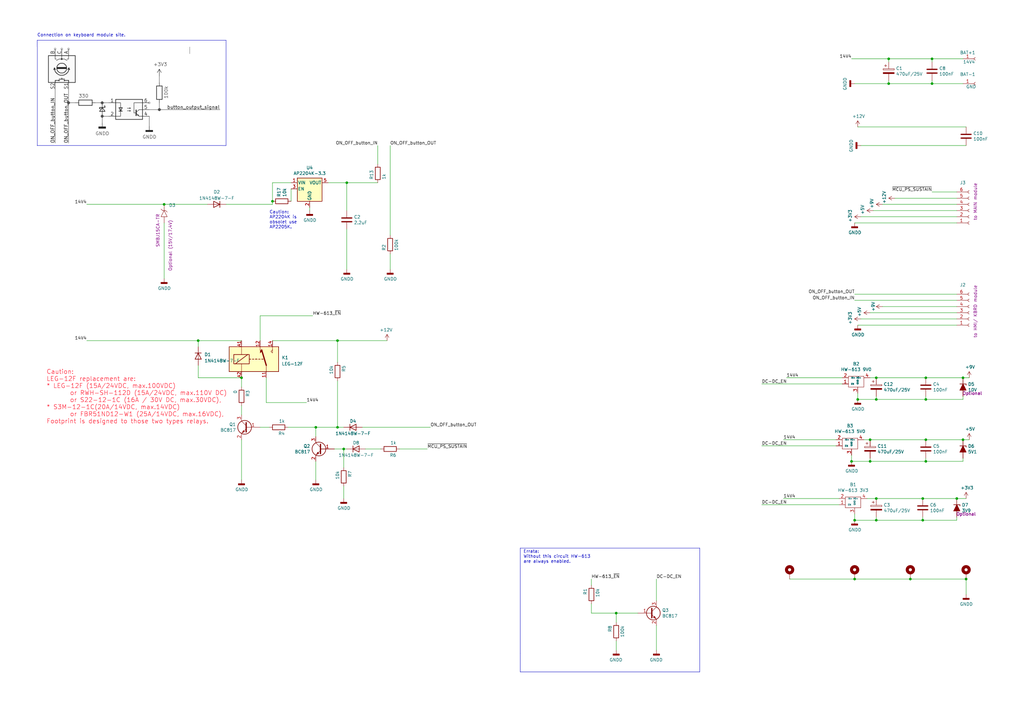
<source format=kicad_sch>
(kicad_sch (version 20230121) (generator eeschema)
  (paper "A3")
  (title_block (title "Power supply") (date "2021-03-03") (rev "1.0") (company "Dawid \"SileliS\" Bańkowski") (comment 1 "d.bankowski@gmail.com"))
  (lib_symbols
    (symbol "Connector:Conn_01x01_Female" (pin_names (offset 1.016) hide)
      (property "Reference" "J" (at 0 2.54 0))
      (property "Value" "Connector_Conn_01x01_Female" (at 0 -2.54 0))
      (symbol "Conn_01x01_Female_1_1"
        (polyline (pts (xy -1.27 0) (xy -0.508 0)) (stroke (width 0.1524)))
        (arc (start 0 0.508) (mid -0.5058 0) (end 0 -0.508) (stroke (width 0.1524)))
        (pin passive line (at -5.08 0 0) (length 3.81) (name "Pin_1") (number "1"))
      )
    )
    (symbol "Connector:Conn_01x06_Female" (pin_names (offset 1.016) hide)
      (property "Reference" "J" (at 0 7.62 0))
      (property "Value" "Connector_Conn_01x06_Female" (at 0 -10.16 0))
      (symbol "Conn_01x06_Female_1_1"
        (arc (start 0 -7.112) (mid -0.5058 -7.62) (end 0 -8.128) (stroke (width 0.1524)))
        (arc (start 0 -4.572) (mid -0.5058 -5.08) (end 0 -5.588) (stroke (width 0.1524)))
        (arc (start 0 -2.032) (mid -0.5058 -2.54) (end 0 -3.048) (stroke (width 0.1524)))
        (polyline (pts (xy -1.27 -7.62) (xy -0.508 -7.62)) (stroke (width 0.1524)))
        (polyline (pts (xy -1.27 -5.08) (xy -0.508 -5.08)) (stroke (width 0.1524)))
        (polyline (pts (xy -1.27 -2.54) (xy -0.508 -2.54)) (stroke (width 0.1524)))
        (polyline (pts (xy -1.27 0) (xy -0.508 0)) (stroke (width 0.1524)))
        (polyline (pts (xy -1.27 2.54) (xy -0.508 2.54)) (stroke (width 0.1524)))
        (polyline (pts (xy -1.27 5.08) (xy -0.508 5.08)) (stroke (width 0.1524)))
        (arc (start 0 0.508) (mid -0.5058 0) (end 0 -0.508) (stroke (width 0.1524)))
        (arc (start 0 3.048) (mid -0.5058 2.54) (end 0 2.032) (stroke (width 0.1524)))
        (arc (start 0 5.588) (mid -0.5058 5.08) (end 0 4.572) (stroke (width 0.1524)))
        (pin passive line (at -5.08 5.08 0) (length 3.81) (name "Pin_1") (number "1"))
        (pin passive line (at -5.08 2.54 0) (length 3.81) (name "Pin_2") (number "2"))
        (pin passive line (at -5.08 0 0) (length 3.81) (name "Pin_3") (number "3"))
        (pin passive line (at -5.08 -2.54 0) (length 3.81) (name "Pin_4") (number "4"))
        (pin passive line (at -5.08 -5.08 0) (length 3.81) (name "Pin_5") (number "5"))
        (pin passive line (at -5.08 -7.62 0) (length 3.81) (name "Pin_6") (number "6"))
      )
    )
    (symbol "Device:C" (pin_numbers hide) (pin_names (offset 0.254))
      (property "Reference" "C" (at 0.635 2.54 0))
      (property "Value" "C" (at 0.635 -2.54 0))
      (symbol "C_0_1"
        (polyline (pts (xy -2.032 -0.762) (xy 2.032 -0.762)) (stroke (width 0.508)))
        (polyline (pts (xy -2.032 0.762) (xy 2.032 0.762)) (stroke (width 0.508)))
      )
      (symbol "C_1_1"
        (pin passive line (at 0 3.81 270) (length 2.794) (name "~") (number "1"))
        (pin passive line (at 0 -3.81 90) (length 2.794) (name "~") (number "2"))
      )
    )
    (symbol "Device:CP" (pin_numbers hide) (pin_names (offset 0.254))
      (property "Reference" "C" (at 0.635 2.54 0))
      (property "Value" "Device_CP" (at 0.635 -2.54 0))
      (symbol "CP_0_1"
        (rectangle (start -2.286 0.508) (end 2.286 1.016))
        (polyline (pts (xy -1.778 2.286) (xy -0.762 2.286)))
        (polyline (pts (xy -1.27 2.794) (xy -1.27 1.778)))
        (rectangle (start 2.286 -0.508) (end -2.286 -1.016) (fill (type outline)))
      )
      (symbol "CP_1_1"
        (pin passive line (at 0 3.81 270) (length 2.794) (name "~") (number "1"))
        (pin passive line (at 0 -3.81 90) (length 2.794) (name "~") (number "2"))
      )
    )
    (symbol "Device:D_Zener_ALT" (pin_numbers hide) (pin_names (offset 1.016) hide)
      (property "Reference" "D" (at 0 2.54 0))
      (property "Value" "Device_D_Zener_ALT" (at 0 -2.54 0))
      (symbol "D_Zener_ALT_0_1"
        (polyline (pts (xy 1.27 0) (xy -1.27 0)))
        (polyline (pts (xy -1.27 -1.27) (xy -1.27 1.27) (xy -0.762 1.27)) (stroke (width 0.254)))
        (polyline (pts (xy 1.27 -1.27) (xy 1.27 1.27) (xy -1.27 0) (xy 1.27 -1.27)) (stroke (width 0.254)) (fill (type outline)))
      )
      (symbol "D_Zener_ALT_1_1"
        (pin passive line (at -3.81 0 0) (length 2.54) (name "K") (number "1"))
        (pin passive line (at 3.81 0 180) (length 2.54) (name "A") (number "2"))
      )
    )
    (symbol "Device:R" (pin_numbers hide) (pin_names (offset 0))
      (property "Reference" "R" (at 2.032 0 90))
      (property "Value" "R" (at 0 0 90))
      (symbol "R_0_1"
        (rectangle (start -1.016 -2.54) (end 1.016 2.54) (stroke (width 0.254)))
      )
      (symbol "R_1_1"
        (pin passive line (at 0 3.81 270) (length 1.27) (name "~") (number "1"))
        (pin passive line (at 0 -3.81 90) (length 1.27) (name "~") (number "2"))
      )
    )
    (symbol "Diode:1N4148W" (pin_numbers hide) (pin_names hide)
      (property "Reference" "D" (at 0 2.54 0))
      (property "Value" "1N4148W" (at 0 -2.54 0))
      (symbol "1N4148W_0_1"
        (polyline (pts (xy -1.27 1.27) (xy -1.27 -1.27)) (stroke (width 0.254)))
        (polyline (pts (xy 1.27 0) (xy -1.27 0)))
        (polyline (pts (xy 1.27 1.27) (xy 1.27 -1.27) (xy -1.27 0) (xy 1.27 1.27)) (stroke (width 0.254)))
      )
      (symbol "1N4148W_1_1"
        (pin passive line (at -3.81 0 0) (length 2.54) (name "K") (number "1"))
        (pin passive line (at 3.81 0 180) (length 2.54) (name "A") (number "2"))
      )
    )
    (symbol "Diode_TVS:DiodeTVS" (pin_numbers hide) (pin_names (offset 1.016))
      (property "Reference" "D" (at -1.27 3.175 0))
      (property "Value" "Diode_TVS_DiodeTVS" (at 0 -3.175 0))
      (symbol "DiodeTVS_0_1"
        (polyline (pts (xy 0 -0.635) (xy -0.635 -1.27)))
        (polyline (pts (xy 0 -0.635) (xy 0 0.635) (xy 0.635 1.27)))
        (polyline (pts (xy 0 0) (xy 2.54 -1.27) (xy 2.54 1.27) (xy 0 0)))
      )
      (symbol "DiodeTVS_1_1"
        (pin passive line (at -2.54 0 0) (length 2.54) (name "~") (number "1"))
        (pin passive line (at 5.08 0 180) (length 2.54) (name "~") (number "2"))
      )
    )
    (symbol "Mechanical:MountingHole_Pad" (pin_numbers hide) (pin_names (offset 1.016) hide)
      (property "Reference" "H" (at 0 6.35 0))
      (property "Value" "MountingHole_Pad" (at 0 4.445 0))
      (symbol "MountingHole_Pad_0_1"
        (circle (center 0 1.27) (radius 1.27) (stroke (width 1.27)))
      )
      (symbol "MountingHole_Pad_1_1"
        (pin input line (at 0 -2.54 90) (length 2.54) (name "1") (number "1"))
      )
    )
    (symbol "Regulator_Linear:AP2204K-3.3" (pin_names (offset 0.254))
      (property "Reference" "U" (at -5.08 5.715 0))
      (property "Value" "AP2204K-3.3" (at 0 5.715 0))
      (symbol "AP2204K-3.3_0_1"
        (rectangle (start -5.08 4.445) (end 5.08 -5.08) (stroke (width 0.254)) (fill (type background)))
      )
      (symbol "AP2204K-3.3_1_1"
        (pin power_in line (at -7.62 2.54 0) (length 2.54) (name "VIN") (number "1"))
        (pin power_in line (at 0 -7.62 90) (length 2.54) (name "GND") (number "2"))
        (pin input line (at -7.62 0 0) (length 2.54) (name "EN") (number "3"))
        (pin no_connect line (at 5.08 0 180) (length 2.54) hide (name "NC") (number "4"))
        (pin power_out line (at 7.62 2.54 180) (length 2.54) (name "VOUT") (number "5"))
      )
    )
    (symbol "Relay:FINDER-36.11"
      (property "Reference" "K" (at 11.43 3.81 0))
      (property "Value" "FINDER-36.11" (at 11.43 1.27 0))
      (symbol "FINDER-36.11_0_0"
        (polyline (pts (xy 2.54 3.81) (xy 2.54 5.08)))
        (polyline (pts (xy 7.62 3.81) (xy 7.62 5.08)))
        (polyline (pts (xy 7.62 3.81) (xy 7.62 2.54) (xy 6.985 3.175) (xy 7.62 3.81)))
      )
      (symbol "FINDER-36.11_0_1"
        (rectangle (start -10.16 5.08) (end 10.16 -5.08) (stroke (width 0.254)) (fill (type background)))
        (rectangle (start -8.255 1.905) (end -1.905 -1.905) (stroke (width 0.254)))
        (polyline (pts (xy -7.62 -1.905) (xy -2.54 1.905)) (stroke (width 0.254)))
        (polyline (pts (xy -5.08 -5.08) (xy -5.08 -1.905)))
        (polyline (pts (xy -5.08 5.08) (xy -5.08 1.905)))
        (polyline (pts (xy -1.905 0) (xy -1.27 0)) (stroke (width 0.254)))
        (polyline (pts (xy -0.635 0) (xy 0 0)) (stroke (width 0.254)))
        (polyline (pts (xy 0.635 0) (xy 1.27 0)) (stroke (width 0.254)))
        (polyline (pts (xy 0.635 0) (xy 1.27 0)) (stroke (width 0.254)))
        (polyline (pts (xy 1.905 0) (xy 2.54 0)) (stroke (width 0.254)))
        (polyline (pts (xy 3.175 0) (xy 3.81 0)) (stroke (width 0.254)))
        (polyline (pts (xy 5.08 -2.54) (xy 3.175 3.81)) (stroke (width 0.508)))
        (polyline (pts (xy 5.08 -2.54) (xy 5.08 -5.08)))
        (polyline (pts (xy 2.54 2.54) (xy 3.175 3.175) (xy 2.54 3.81)) (fill (type outline)))
      )
      (symbol "FINDER-36.11_1_1"
        (pin passive line (at 5.08 -7.62 90) (length 2.54) (name "~") (number "11"))
        (pin passive line (at 2.54 7.62 270) (length 2.54) (name "~") (number "12"))
        (pin passive line (at 7.62 7.62 270) (length 2.54) (name "~") (number "14"))
        (pin passive line (at -5.08 7.62 270) (length 2.54) (name "~") (number "A1"))
        (pin passive line (at -5.08 -7.62 90) (length 2.54) (name "~") (number "A2"))
      )
    )
    (symbol "Transistor_BJT:BC817" (pin_names (offset 0) hide)
      (property "Reference" "Q" (at 5.08 1.905 0))
      (property "Value" "BC817" (at 5.08 0 0))
      (symbol "BC817_0_1"
        (polyline (pts (xy 0.635 0.635) (xy 2.54 2.54)))
        (polyline (pts (xy 0.635 -0.635) (xy 2.54 -2.54) (xy 2.54 -2.54)))
        (polyline (pts (xy 0.635 1.905) (xy 0.635 -1.905) (xy 0.635 -1.905)) (stroke (width 0.508)))
        (polyline (pts (xy 1.27 -1.778) (xy 1.778 -1.27) (xy 2.286 -2.286) (xy 1.27 -1.778) (xy 1.27 -1.778)) (fill (type outline)))
        (circle (center 1.27 0) (radius 2.8194) (stroke (width 0.254)))
      )
      (symbol "BC817_1_1"
        (pin input line (at -5.08 0 0) (length 5.715) (name "B") (number "1"))
        (pin passive line (at 2.54 -5.08 90) (length 2.54) (name "E") (number "2"))
        (pin passive line (at 2.54 5.08 270) (length 2.54) (name "C") (number "3"))
      )
    )
    (symbol "breakout_SileliS:DC-DC_24V_Stepdown" (pin_names (offset 1.016))
      (property "Reference" "B" (at -1.905 3.81 0))
      (property "Value" "breakout_SileliS_DC-DC_24V_Stepdown" (at 12.7 -3.81 0))
      (symbol "DC-DC_24V_Stepdown_0_1"
        (rectangle (start -2.54 1.905) (end 3.81 -2.54))
      )
      (symbol "DC-DC_24V_Stepdown_1_1"
        (pin input line (at -5.08 -1.27 0) (length 2.54) (name "EN") (number "1"))
        (pin power_in line (at -5.08 1.27 0) (length 2.54) (name "IN+") (number "2"))
        (pin power_in line (at 1.27 -5.08 90) (length 2.54) (name "GND") (number "3"))
        (pin power_in line (at 6.35 1.27 180) (length 2.54) (name "VO+") (number "4"))
      )
    )
    (symbol "power:+12V" (power) (pin_names (offset 0))
      (property "Value" "+12V" (at 0 3.556 0))
      (symbol "+12V_0_1"
        (polyline (pts (xy -0.762 1.27) (xy 0 2.54)))
        (polyline (pts (xy 0 0) (xy 0 2.54)))
        (polyline (pts (xy 0 2.54) (xy 0.762 1.27)))
      )
      (symbol "+12V_1_1"
        (pin power_in line (at 0 0 90) (length 0) hide (name "+12V") (number "1"))
      )
    )
    (symbol "power:+3V3" (power) (pin_names (offset 0))
      (property "Value" "+3V3" (at 0 3.556 0))
      (symbol "+3V3_0_1"
        (polyline (pts (xy -0.762 1.27) (xy 0 2.54)))
        (polyline (pts (xy 0 0) (xy 0 2.54)))
        (polyline (pts (xy 0 2.54) (xy 0.762 1.27)))
      )
      (symbol "+3V3_1_1"
        (pin power_in line (at 0 0 90) (length 0) hide (name "+3V3") (number "1"))
      )
    )
    (symbol "power:+5V" (power) (pin_names (offset 0))
      (property "Value" "+5V" (at 0 3.556 0))
      (symbol "+5V_0_1"
        (polyline (pts (xy -0.762 1.27) (xy 0 2.54)))
        (polyline (pts (xy 0 0) (xy 0 2.54)))
        (polyline (pts (xy 0 2.54) (xy 0.762 1.27)))
      )
      (symbol "+5V_1_1"
        (pin power_in line (at 0 0 90) (length 0) hide (name "+5V") (number "1"))
      )
    )
    (symbol "power:+9V" (power) (pin_names (offset 0))
      (property "Value" "+9V" (at 0 3.556 0))
      (symbol "+9V_0_1"
        (polyline (pts (xy -0.762 1.27) (xy 0 2.54)))
        (polyline (pts (xy 0 0) (xy 0 2.54)))
        (polyline (pts (xy 0 2.54) (xy 0.762 1.27)))
      )
      (symbol "+9V_1_1"
        (pin power_in line (at 0 0 90) (length 0) hide (name "+9V") (number "1"))
      )
    )
    (symbol "power:GNDD" (power) (pin_names (offset 0))
      (property "Value" "GNDD" (at 0 -3.175 0))
      (symbol "GNDD_0_1"
        (rectangle (start -1.27 -1.524) (end 1.27 -2.032) (stroke (width 0.254)) (fill (type outline)))
        (polyline (pts (xy 0 0) (xy 0 -1.524)))
      )
      (symbol "GNDD_1_1"
        (pin power_in line (at 0 0 270) (length 0) hide (name "GNDD") (number "1"))
      )
    )
  )
  (junction (at 129.54 175.26))
  (junction (at 394.97 180.34))
  (junction (at 359.41 213.36))
  (junction (at 379.73 154.94))
  (junction (at 382.27 34.29))
  (junction (at 364.49 24.13))
  (junction (at 364.49 34.29))
  (junction (at 252.73 251.46))
  (junction (at 359.41 204.47))
  (junction (at 392.43 204.47))
  (junction (at 378.46 213.36))
  (junction (at 349.25 189.23))
  (junction (at 350.52 237.49))
  (junction (at 351.79 163.83))
  (junction (at 378.46 204.47))
  (junction (at 379.73 180.34))
  (junction (at 99.06 154.94))
  (junction (at 356.87 189.23))
  (junction (at 396.24 237.49))
  (junction (at 138.43 139.7))
  (junction (at 382.27 24.13))
  (junction (at 67.31 83.82))
  (junction (at 379.73 163.83))
  (junction (at 394.97 154.94))
  (junction (at 350.52 213.36))
  (junction (at 140.97 184.15))
  (junction (at 359.41 154.94))
  (junction (at 138.43 175.26))
  (junction (at 359.41 163.83))
  (junction (at 111.76 82.55))
  (junction (at 81.28 139.7))
  (junction (at 356.87 180.34))
  (junction (at 379.73 189.23))
  (junction (at 142.24 74.93))
  (junction (at 373.38 237.49))
  (wire (pts (xy 394.97 34.29) (xy 382.27 34.29)))
  (wire (pts (xy 137.16 184.15) (xy 140.97 184.15)))
  (wire (pts (xy 140.97 199.39) (xy 140.97 204.47)))
  (wire (pts (xy 364.49 24.13) (xy 382.27 24.13)))
  (wire (pts (xy 344.17 207.01) (xy 312.42 207.01)))
  (wire (pts (xy 349.25 24.13) (xy 364.49 24.13)))
  (wire (pts (xy 67.31 114.3) (xy 67.31 91.44)))
  (wire (pts (xy 356.87 180.34) (xy 379.73 180.34)))
  (wire (pts (xy 99.06 166.37) (xy 99.06 170.18)))
  (wire (pts (xy 140.97 184.15) (xy 142.24 184.15)))
  (wire (pts (xy 394.97 180.34) (xy 397.51 180.34)))
  (wire (pts (xy 129.54 175.26) (xy 129.54 179.07)))
  (wire (pts (xy 359.41 212.09) (xy 359.41 213.36)))
  (polyline (pts (xy 287.02 275.59) (xy 287.02 224.79)))
  (wire (pts (xy 252.73 251.46) (xy 242.57 251.46)))
  (wire (pts (xy 99.06 154.94) (xy 99.06 158.75)))
  (wire (pts (xy 138.43 139.7) (xy 158.75 139.7)))
  (polyline (pts (xy 92.71 59.69) (xy 15.24 59.69)))
  (wire (pts (xy 252.73 251.46) (xy 252.73 255.27)))
  (wire (pts (xy 106.68 175.26) (xy 110.49 175.26)))
  (wire (pts (xy 364.49 33.02) (xy 364.49 34.29)))
  (wire (pts (xy 138.43 156.21) (xy 138.43 175.26)))
  (polyline (pts (xy 15.24 16.51) (xy 92.71 16.51)))
  (wire (pts (xy 99.06 180.34) (xy 99.06 196.85)))
  (wire (pts (xy 349.25 189.23) (xy 349.25 186.69)))
  (wire (pts (xy 350.52 213.36) (xy 359.41 213.36)))
  (wire (pts (xy 392.43 91.44) (xy 350.52 91.44)))
  (wire (pts (xy 349.25 189.23) (xy 356.87 189.23)))
  (wire (pts (xy 81.28 139.7) (xy 99.06 139.7)))
  (wire (pts (xy 382.27 33.02) (xy 382.27 34.29)))
  (wire (pts (xy 109.22 165.1) (xy 125.73 165.1)))
  (wire (pts (xy 322.58 154.94) (xy 345.44 154.94)))
  (wire (pts (xy 382.27 78.74) (xy 392.43 78.74)))
  (wire (pts (xy 359.41 154.94) (xy 379.73 154.94)))
  (wire (pts (xy 129.54 196.85) (xy 129.54 189.23)))
  (wire (pts (xy 154.94 59.69) (xy 154.94 67.31)))
  (wire (pts (xy 378.46 204.47) (xy 392.43 204.47)))
  (wire (pts (xy 353.06 130.81) (xy 392.43 130.81)))
  (wire (pts (xy 142.24 74.93) (xy 154.94 74.93)))
  (wire (pts (xy 138.43 175.26) (xy 140.97 175.26)))
  (wire (pts (xy 373.38 237.49) (xy 396.24 237.49)))
  (wire (pts (xy 356.87 187.96) (xy 356.87 189.23)))
  (wire (pts (xy 356.87 154.94) (xy 359.41 154.94)))
  (wire (pts (xy 140.97 184.15) (xy 140.97 191.77)))
  (wire (pts (xy 119.38 77.47) (xy 119.38 82.55)))
  (wire (pts (xy 354.33 180.34) (xy 356.87 180.34)))
  (wire (pts (xy 379.73 189.23) (xy 394.97 189.23)))
  (wire (pts (xy 138.43 139.7) (xy 138.43 148.59)))
  (wire (pts (xy 392.43 212.09) (xy 392.43 213.36)))
  (wire (pts (xy 269.24 256.54) (xy 269.24 266.7)))
  (wire (pts (xy 359.41 162.56) (xy 359.41 163.83)))
  (wire (pts (xy 160.02 59.69) (xy 160.02 96.52)))
  (wire (pts (xy 142.24 110.49) (xy 142.24 93.98)))
  (wire (pts (xy 353.06 59.69) (xy 396.24 59.69)))
  (wire (pts (xy 106.68 129.54) (xy 128.27 129.54)))
  (wire (pts (xy 129.54 175.26) (xy 138.43 175.26)))
  (wire (pts (xy 127 85.09) (xy 127 86.36)))
  (wire (pts (xy 109.22 165.1) (xy 109.22 154.94)))
  (wire (pts (xy 379.73 187.96) (xy 379.73 189.23)))
  (wire (pts (xy 378.46 204.47) (xy 359.41 204.47)))
  (wire (pts (xy 111.76 139.7) (xy 138.43 139.7)))
  (wire (pts (xy 134.62 74.93) (xy 142.24 74.93)))
  (wire (pts (xy 176.53 175.26) (xy 148.59 175.26)))
  (wire (pts (xy 351.79 163.83) (xy 351.79 161.29)))
  (wire (pts (xy 364.49 24.13) (xy 364.49 25.4)))
  (wire (pts (xy 160.02 104.14) (xy 160.02 110.49)))
  (wire (pts (xy 345.44 157.48) (xy 312.42 157.48)))
  (wire (pts (xy 142.24 74.93) (xy 142.24 86.36)))
  (wire (pts (xy 379.73 180.34) (xy 394.97 180.34)))
  (wire (pts (xy 394.97 163.83) (xy 379.73 163.83)))
  (wire (pts (xy 359.41 204.47) (xy 355.6 204.47)))
  (wire (pts (xy 396.24 243.84) (xy 396.24 237.49)))
  (polyline (pts (xy 213.36 267.97) (xy 213.36 275.59)))
  (wire (pts (xy 394.97 154.94) (xy 397.51 154.94)))
  (wire (pts (xy 350.52 120.65) (xy 392.43 120.65)))
  (wire (pts (xy 67.31 83.82) (xy 85.09 83.82)))
  (wire (pts (xy 351.79 52.07) (xy 396.24 52.07)))
  (wire (pts (xy 118.11 175.26) (xy 129.54 175.26)))
  (wire (pts (xy 350.52 213.36) (xy 350.52 210.82)))
  (wire (pts (xy 35.56 83.82) (xy 67.31 83.82)))
  (wire (pts (xy 242.57 237.49) (xy 242.57 240.03)))
  (wire (pts (xy 378.46 212.09) (xy 378.46 213.36)))
  (wire (pts (xy 81.28 139.7) (xy 81.28 142.24)))
  (wire (pts (xy 394.97 189.23) (xy 394.97 187.96)))
  (wire (pts (xy 394.97 162.56) (xy 394.97 163.83)))
  (polyline (pts (xy 92.71 16.51) (xy 92.71 59.69)))
  (wire (pts (xy 353.06 88.9) (xy 392.43 88.9)))
  (polyline (pts (xy 15.24 59.69) (xy 15.24 16.51)))
  (wire (pts (xy 106.68 139.7) (xy 106.68 129.54)))
  (wire (pts (xy 382.27 24.13) (xy 394.97 24.13)))
  (wire (pts (xy 321.31 204.47) (xy 344.17 204.47)))
  (polyline (pts (xy 213.36 275.59) (xy 287.02 275.59)))
  (wire (pts (xy 361.95 83.82) (xy 392.43 83.82)))
  (wire (pts (xy 242.57 247.65) (xy 242.57 251.46)))
  (wire (pts (xy 111.76 82.55) (xy 111.76 83.82)))
  (wire (pts (xy 356.87 128.27) (xy 392.43 128.27)))
  (wire (pts (xy 358.14 86.36) (xy 392.43 86.36)))
  (wire (pts (xy 252.73 262.89) (xy 252.73 266.7)))
  (wire (pts (xy 342.9 182.88) (xy 312.42 182.88)))
  (wire (pts (xy 379.73 162.56) (xy 379.73 163.83)))
  (wire (pts (xy 269.24 237.49) (xy 269.24 246.38)))
  (wire (pts (xy 149.86 184.15) (xy 156.21 184.15)))
  (wire (pts (xy 163.83 184.15) (xy 175.26 184.15)))
  (wire (pts (xy 351.79 163.83) (xy 359.41 163.83)))
  (wire (pts (xy 119.38 74.93) (xy 111.76 74.93)))
  (wire (pts (xy 350.52 123.19) (xy 392.43 123.19)))
  (wire (pts (xy 350.52 237.49) (xy 373.38 237.49)))
  (wire (pts (xy 321.31 180.34) (xy 342.9 180.34)))
  (wire (pts (xy 261.62 251.46) (xy 252.73 251.46)))
  (wire (pts (xy 392.43 133.35) (xy 351.79 133.35)))
  (wire (pts (xy 392.43 213.36) (xy 378.46 213.36)))
  (wire (pts (xy 379.73 154.94) (xy 394.97 154.94)))
  (wire (pts (xy 35.56 139.7) (xy 81.28 139.7)))
  (wire (pts (xy 382.27 24.13) (xy 382.27 25.4)))
  (wire (pts (xy 359.41 163.83) (xy 379.73 163.83)))
  (wire (pts (xy 111.76 74.93) (xy 111.76 82.55)))
  (wire (pts (xy 361.95 125.73) (xy 392.43 125.73)))
  (wire (pts (xy 81.28 149.86) (xy 81.28 154.94)))
  (wire (pts (xy 92.71 83.82) (xy 111.76 83.82)))
  (polyline (pts (xy 287.02 224.79) (xy 213.36 224.79)))
  (wire (pts (xy 81.28 154.94) (xy 99.06 154.94)))
  (wire (pts (xy 356.87 189.23) (xy 379.73 189.23)))
  (wire (pts (xy 359.41 213.36) (xy 378.46 213.36)))
  (wire (pts (xy 364.49 34.29) (xy 350.52 34.29)))
  (wire (pts (xy 367.03 81.28) (xy 392.43 81.28)))
  (polyline (pts (xy 213.36 224.79) (xy 213.36 267.97)))
  (wire (pts (xy 382.27 34.29) (xy 364.49 34.29)))
  (wire (pts (xy 323.85 237.49) (xy 350.52 237.49)))
  (wire (pts (xy 392.43 204.47) (xy 396.24 204.47)))
  (image (at 53.34 39.37))
  (text "Connection on keyboard module site." (at 15.24 15.24 0) (effects (font (size 1.27 1.27)) (justify left bottom)))
  (text "Errata:\nWithout this circuit HW-613\nare always enabled." (at 214.63 231.14 0) (effects (font (size 1.27 1.27)) (justify left bottom)))
  (text "Caution:\nAP2204K is\nobsolet use\nAP2205K." (at 110.49 93.98 0) (effects (font (size 1.27 1.27)) (justify left bottom)))
  (text "Caution:\nLEG-12F replacement are:\n* LEG-12F (15A/24VDC, max.100VDC)\n       or RWH-SH-112D (15A/24VDC, max.110V DC)\n       or S22-12-1C (16A / 30V DC, max.30VDC),\n* S3M-12-1C(20A/14VDC, max.14VDC)\n       or FBR51ND12-W1 (25A/14VDC, max.16VDC),\nFootprint is designed to those two types relays." (at 19.05 173.99 0) (effects (font (size 1.8 1.8)) (justify left bottom)))
  (label "DC-DC_EN" (at 269.24 237.49 0))
  (label "14V4" (at 35.56 83.82 180))
  (label "DC-DC_EN" (at 312.42 182.88 0))
  (label "14V4" (at 125.73 165.1 0))
  (label "ON_OFF_button_IN" (at 154.94 59.69 180))
  (label "ON_OFF_button_OUT" (at 350.52 120.65 180))
  (label "HW-613_~{EN}" (at 242.57 237.49 0))
  (label "~{MCU_PS_SUSTAIN}" (at 175.26 184.15 0))
  (label "14V4" (at 321.31 180.34 0))
  (label "ON_OFF_button_IN" (at 350.52 123.19 180))
  (label "DC-DC_EN" (at 312.42 207.01 0))
  (label "14V4" (at 35.56 139.7 180))
  (label "DC-DC_EN" (at 312.42 157.48 0))
  (label "14V4" (at 321.31 204.47 0))
  (label "14V4" (at 349.25 24.13 180))
  (label "ON_OFF_button_OUT" (at 160.02 59.69 0))
  (label "14V4" (at 322.58 154.94 0))
  (label "~{MCU_PS_SUSTAIN}" (at 382.27 78.74 180))
  (label "HW-613_~{EN}" (at 128.27 129.54 0))
  (label "ON_OFF_button_OUT" (at 176.53 175.26 0))
  (symbol (lib_id "power:GNDD") (at 350.52 34.29 270) (unit 1)
    (property "Reference" "#PWR019" (effects hide))
    (property "Value" "GNDD" (at 346.583 34.3916 0))
  )
  (symbol (lib_id "Connector:Conn_01x01_Female") (at 400.05 24.13 0) (unit 1)
    (property "Reference" "BAT+1" (at 400.05 21.59 0) (effects (justify right)))
    (property "Value" "14V4" (at 394.97 25.4 0) (effects (justify left)))
    (property "Footprint" "TestPoint:TestPoint_Keystone_5019_Minature" (effects hide))
    (property "Manufacturer" "n/a" (effects hide))
    (property "JLCPBC" "n/a" (effects hide))
    (property "Manufacturer no." "n/a" (effects hide))
    (property "Module" "power supply" (effects hide))
    (property "TME no." "n/a" (effects hide))
  )
  (symbol (lib_id "Device:D_Zener_ALT") (at 394.97 158.75 270) (unit 1)
    (property "Reference" "D5" (at 397.002 157.5816 90) (effects (justify left)))
    (property "Value" "10V" (at 397.002 159.893 90) (effects (justify left)))
    (property "Footprint" "Diode_SMD:D_SOD-323_HandSoldering" (effects hide))
    (property "Manufacturer" "NEXPERIA" (effects hide))
    (property "Manufacturer no." "PDZ10B-QZ" (effects hide))
    (property "Module" "power supply" (effects hide))
    (property "TME no." "PDZ10B-QZ" (effects hide))
    (property "Remarks" "Optional" (at 398.78 161.29 90))
  )
  (symbol (lib_id "Device:D_Zener_ALT") (at 392.43 208.28 270) (unit 1)
    (property "Reference" "D7" (at 394.462 207.1116 90) (effects (justify left)))
    (property "Value" "3V9" (at 394.462 209.423 90) (effects (justify left)))
    (property "Footprint" "Diode_SMD:D_SOD-123" (effects hide))
    (property "JLCPBC" "C107594" (effects hide))
    (property "Module" "power supply" (effects hide))
    (property "TME no." "BZT52C3V9-DC" (effects hide))
    (property "Remarks" "Optional" (at 396.24 210.82 90))
  )
  (symbol (lib_id "Connector:Conn_01x01_Female") (at 400.05 34.29 0) (unit 1)
    (property "Reference" "BAT-1" (at 400.05 30.48 0) (effects (justify right)))
    (property "Value" "GND" (at 396.24 35.56 0) (effects (justify left)))
    (property "Footprint" "TestPoint:TestPoint_Keystone_5019_Minature" (effects hide))
    (property "JLCPBC" "n/a" (effects hide))
    (property "Manufacturer" "n/a" (effects hide))
    (property "Manufacturer no." "n/a" (effects hide))
    (property "Module" "power supply" (effects hide))
    (property "TME no." "n/a" (effects hide))
  )
  (symbol (lib_id "breakout_SileliS:DC-DC_24V_Stepdown") (at 350.52 156.21 0) (unit 1)
    (property "Reference" "B2" (at 351.155 149.225 0))
    (property "Value" "HW-613 9V0" (at 351.155 151.5364 0))
    (property "Footprint" "breakot_SileliS:DC-DC_24V_Stepdown_brekout_vertical" (effects hide))
    (property "Manufacturer" "AliExpress" (effects hide))
    (property "Module" "power supply" (effects hide))
    (property "TME no." "n/a" (effects hide))
  )
  (symbol (lib_id "Device:R") (at 154.94 71.12 180) (unit 1)
    (property "Reference" "R13" (at 152.4 73.66 90) (effects (justify right)))
    (property "Value" "1k" (at 157.48 73.66 90) (effects (justify right)))
    (property "Footprint" "Resistor_SMD:R_0603_1608Metric" (effects hide))
    (property "Module" "power supply" (effects hide))
    (property "TME no." "CRG0603F1K0" (effects hide))
  )
  (symbol (lib_id "breakout_SileliS:DC-DC_24V_Stepdown") (at 347.98 181.61 0) (unit 1)
    (property "Reference" "B3" (at 348.615 174.625 0))
    (property "Value" "HW-613 5V0" (at 348.615 176.9364 0))
    (property "Footprint" "breakot_SileliS:DC-DC_24V_Stepdown_brekout_vertical" (effects hide))
    (property "Manufacturer" "AliExpress" (effects hide))
    (property "Module" "power supply" (effects hide))
    (property "TME no." "n/a" (effects hide))
  )
  (symbol (lib_id "breakout_SileliS:DC-DC_24V_Stepdown") (at 349.25 205.74 0) (unit 1)
    (property "Reference" "B1" (at 349.885 198.755 0))
    (property "Value" "HW-613 3V3" (at 349.885 201.0664 0))
    (property "Footprint" "breakot_SileliS:DC-DC_24V_Stepdown_brekout_vertical" (effects hide))
    (property "Manufacturer" "AliExpress" (effects hide))
    (property "Module" "power supply" (effects hide))
    (property "TME no." "n/a" (effects hide))
  )
  (symbol (lib_id "power:GNDD") (at 351.79 163.83 0) (unit 1)
    (property "Reference" "#PWR09" (effects hide))
    (property "Value" "GNDD" (at 351.8916 167.767 0))
  )
  (symbol (lib_id "power:GNDD") (at 349.25 189.23 0) (unit 1)
    (property "Reference" "#PWR010" (effects hide))
    (property "Value" "GNDD" (at 349.3516 193.167 0))
  )
  (symbol (lib_id "power:GNDD") (at 350.52 213.36 0) (unit 1)
    (property "Reference" "#PWR08" (effects hide))
    (property "Value" "GNDD" (at 350.6216 217.297 0))
  )
  (symbol (lib_id "Device:C") (at 382.27 29.21 0) (unit 1)
    (property "Reference" "C8" (at 385.191 28.0416 0) (effects (justify left)))
    (property "Value" "100nF" (at 385.191 30.353 0) (effects (justify left)))
    (property "Footprint" "Capacitor_SMD:C_0603_1608Metric" (effects hide))
    (property "Module" "power supply" (effects hide))
    (property "TME no." "0603F104Z250CT" (effects hide))
  )
  (symbol (lib_id "Device:C") (at 379.73 158.75 0) (unit 1)
    (property "Reference" "C4" (at 382.651 157.5816 0) (effects (justify left)))
    (property "Value" "100nF" (at 382.651 159.893 0) (effects (justify left)))
    (property "Footprint" "Capacitor_SMD:C_0603_1608Metric" (effects hide))
    (property "Module" "power supply" (effects hide))
    (property "TME no." "0603F104Z250CT" (effects hide))
  )
  (symbol (lib_id "Device:C") (at 379.73 184.15 0) (unit 1)
    (property "Reference" "C5" (at 382.651 182.9816 0) (effects (justify left)))
    (property "Value" "100nF" (at 382.651 185.293 0) (effects (justify left)))
    (property "Footprint" "Capacitor_SMD:C_0603_1608Metric" (effects hide))
    (property "Module" "power supply" (effects hide))
    (property "TME no." "0603F104Z250CT" (effects hide))
  )
  (symbol (lib_id "Device:C") (at 378.46 208.28 0) (unit 1)
    (property "Reference" "C6" (at 381.381 207.1116 0) (effects (justify left)))
    (property "Value" "100nF" (at 381.381 209.423 0) (effects (justify left)))
    (property "Footprint" "Capacitor_SMD:C_0603_1608Metric" (effects hide))
    (property "Module" "power supply" (effects hide))
    (property "TME no." "0603F104Z250CT" (effects hide))
  )
  (symbol (lib_id "Mechanical:MountingHole_Pad") (at 323.85 234.95 0) (unit 1)
    (property "Reference" "H1" (effects hide))
    (property "Value" "MountingHole_Pad" (effects hide))
    (property "Footprint" "MountingHole:MountingHole_3.2mm_M3_DIN965_Pad" (effects hide))
    (property "Module" "power supply" (effects hide))
    (property "JLCPBC" "n/a" (effects hide))
    (property "Manufacturer" "n/a" (effects hide))
    (property "Manufacturer no." "n/a" (effects hide))
    (property "TME no." "n/a" (effects hide))
  )
  (symbol (lib_id "power:GNDD") (at 67.31 114.3 0) (unit 1)
    (property "Reference" "#PWR0111" (effects hide))
    (property "Value" "GNDD" (at 67.4116 118.237 0))
  )
  (symbol (lib_id "power:GNDD") (at 396.24 243.84 0) (unit 1)
    (property "Reference" "#PWR05" (effects hide))
    (property "Value" "GNDD" (at 396.3416 247.777 0))
  )
  (symbol (lib_id "Device:CP") (at 359.41 208.28 0) (unit 1)
    (property "Reference" "C3" (at 362.4072 207.1116 0) (effects (justify left)))
    (property "Value" "470uF/25V" (at 362.4072 209.423 0) (effects (justify left)))
    (property "Footprint" "Capacitor_SMD:CP_Elec_8x10" (effects hide))
    (property "Module" "power supply" (effects hide))
    (property "TME no." "EEEFT1E471AP" (effects hide))
  )
  (symbol (lib_id "power:+9V") (at 397.51 154.94 0) (unit 1)
    (property "Reference" "#PWR014" (effects hide))
    (property "Value" "+9V" (at 397.891 150.5458 0))
  )
  (symbol (lib_id "power:+3V3") (at 396.24 204.47 0) (unit 1)
    (property "Reference" "#PWR012" (effects hide))
    (property "Value" "+3V3" (at 396.621 200.0758 0))
  )
  (symbol (lib_id "power:+5V") (at 397.51 180.34 0) (unit 1)
    (property "Reference" "#PWR015" (effects hide))
    (property "Value" "+5V" (at 397.891 175.9458 0))
  )
  (symbol (lib_id "Mechanical:MountingHole_Pad") (at 350.52 234.95 0) (unit 1)
    (property "Reference" "H2" (effects hide))
    (property "Value" "MountingHole_Pad" (effects hide))
    (property "Footprint" "MountingHole:MountingHole_3.2mm_M3_DIN965_Pad" (effects hide))
    (property "Module" "power supply" (effects hide))
    (property "JLCPBC" "n/a" (effects hide))
    (property "Manufacturer" "n/a" (effects hide))
    (property "Manufacturer no." "n/a" (effects hide))
    (property "TME no." "n/a" (effects hide))
  )
  (symbol (lib_id "Mechanical:MountingHole_Pad") (at 373.38 234.95 0) (unit 1)
    (property "Reference" "H3" (effects hide))
    (property "Value" "MountingHole_Pad" (effects hide))
    (property "Footprint" "MountingHole:MountingHole_3.2mm_M3_DIN965_Pad" (effects hide))
    (property "Module" "power supply" (effects hide))
    (property "JLCPBC" "n/a" (effects hide))
    (property "Manufacturer" "n/a" (effects hide))
    (property "Manufacturer no." "n/a" (effects hide))
    (property "TME no." "n/a" (effects hide))
  )
  (symbol (lib_id "Mechanical:MountingHole_Pad") (at 396.24 234.95 0) (unit 1)
    (property "Reference" "H4" (effects hide))
    (property "Value" "MountingHole_Pad" (effects hide))
    (property "Footprint" "MountingHole:MountingHole_3.2mm_M3_DIN965_Pad" (effects hide))
    (property "Module" "power supply" (effects hide))
    (property "JLCPBC" "n/a" (effects hide))
    (property "Manufacturer" "n/a" (effects hide))
    (property "Manufacturer no." "n/a" (effects hide))
    (property "TME no." "n/a" (effects hide))
  )
  (symbol (lib_id "Diode_TVS:DiodeTVS") (at 67.31 86.36 270) (unit 1)
    (property "Reference" "D3" (at 69.2912 84.1502 90) (effects (justify left)))
    (property "Value" "15V/17.4V" (effects hide))
    (property "Footprint" "Diode_SMD:D_SMB" (effects hide))
    (property "Datasheet" "https://www.tme.eu/Document/f79e52be37eda8d949b8429f331b0dcd/SMBJ-st.pdf" (effects hide))
    (property "TME no." "SMBJ15CA-TR" (effects hide))
    (property "JLCPBC" "C133673" (effects hide))
    (property "Manufacturer no." "SMBJ15CA-TR" (at 64.77 87.63 0) (effects (justify left)))
    (property "Remarks" "Optional (15V/17.4V)" (at 69.85 90.17 0) (effects (justify left)))
    (property "Module" "power supply" (effects hide))
    (property "Manufacturer" "STMicroelectronics" (effects hide))
  )
  (symbol (lib_id "Device:D_Zener_ALT") (at 394.97 184.15 270) (unit 1)
    (property "Reference" "D6" (at 397.002 182.9816 90) (effects (justify left)))
    (property "Value" "5V1" (at 397.002 185.293 90) (effects (justify left)))
    (property "Footprint" "Diode_SMD:D_SOD-323_HandSoldering" (effects hide))
    (property "JLCPBC" "C152524" (effects hide))
    (property "Manufacturer" "ONSEMI" (effects hide))
    (property "Manufacturer no." "MM3Z5V1ST1G" (effects hide))
    (property "Module" "power supply" (effects hide))
    (property "TME no." "MM3Z5V1ST1G" (effects hide))
    (property "Remarks" "Optional" (effects hide))
  )
  (symbol (lib_id "power:GNDD") (at 351.79 133.35 0) (unit 1)
    (property "Reference" "#PWR0101" (effects hide))
    (property "Value" "GNDD" (at 351.8916 137.287 0))
  )
  (symbol (lib_id "power:+3V3") (at 353.06 130.81 90) (unit 1)
    (property "Reference" "#PWR0102" (effects hide))
    (property "Value" "+3V3" (at 348.6658 130.429 0))
  )
  (symbol (lib_id "power:+5V") (at 356.87 128.27 90) (unit 1)
    (property "Reference" "#PWR0103" (effects hide))
    (property "Value" "+5V" (at 352.4758 127.889 0))
  )
  (symbol (lib_id "Regulator_Linear:AP2204K-3.3") (at 127 77.47 0) (unit 1)
    (property "Reference" "U4" (at 127 68.7832 0))
    (property "Value" "AP2204K-3.3" (at 127 71.0946 0))
    (property "Footprint" "Package_TO_SOT_SMD:SOT-23-5" (effects hide))
    (property "Datasheet" "https://www.tme.eu/Document/1c13c0a4489a83f613509c4f26653ad8/AP2204.pdf" (effects hide))
    (property "Module" "power supply" (effects hide))
    (property "TME no." "AP2204K-3.3TRG1" (effects hide))
    (property "JLCPBC" "C112032" (effects hide))
    (property "Manufacturer" "DIODES Incorporated" (effects hide))
    (property "Manufacturer no." "AP2204K-3.3TRG1" (effects hide))
  )
  (symbol (lib_id "power:GNDD") (at 127 86.36 0) (unit 1)
    (property "Reference" "#PWR0118" (effects hide))
    (property "Value" "GNDD" (at 127.1016 90.297 0))
  )
  (symbol (lib_id "power:GNDD") (at 350.52 91.44 0) (unit 1)
    (property "Reference" "#PWR0105" (effects hide))
    (property "Value" "GNDD" (at 350.6216 95.377 0))
  )
  (symbol (lib_id "power:+3V3") (at 353.06 88.9 90) (unit 1)
    (property "Reference" "#PWR0106" (effects hide))
    (property "Value" "+3V3" (at 348.6658 88.519 0))
  )
  (symbol (lib_id "power:+5V") (at 358.14 86.36 90) (unit 1)
    (property "Reference" "#PWR0107" (effects hide))
    (property "Value" "+5V" (at 353.7458 85.979 0))
  )
  (symbol (lib_id "power:+12V") (at 367.03 81.28 90) (unit 1)
    (property "Reference" "#PWR0108" (effects hide))
    (property "Value" "+12V" (at 362.6358 80.899 0))
  )
  (symbol (lib_id "power:+9V") (at 361.95 83.82 90) (unit 1)
    (property "Reference" "#PWR0109" (effects hide))
    (property "Value" "+9V" (at 357.5558 83.439 0))
  )
  (symbol (lib_id "Device:C") (at 396.24 55.88 0) (unit 1)
    (property "Reference" "C10" (at 399.161 54.7116 0) (effects (justify left)))
    (property "Value" "100nF" (at 399.161 57.023 0) (effects (justify left)))
    (property "Footprint" "Capacitor_SMD:C_0603_1608Metric" (effects hide))
    (property "Module" "power supply" (effects hide))
    (property "TME no." "0603F104Z250CT" (effects hide))
  )
  (symbol (lib_id "power:GNDD") (at 353.06 59.69 270) (unit 1)
    (property "Reference" "#PWR0114" (effects hide))
    (property "Value" "GNDD" (at 349.123 59.7916 0))
  )
  (symbol (lib_id "power:+12V") (at 351.79 52.07 0) (unit 1)
    (property "Reference" "#PWR0115" (effects hide))
    (property "Value" "+12V" (at 352.171 47.6758 0))
  )
  (symbol (lib_id "power:+9V") (at 361.95 125.73 90) (unit 1)
    (property "Reference" "#PWR0104" (effects hide))
    (property "Value" "+9V" (at 358.14 125.73 0))
  )
  (symbol (lib_id "Device:R") (at 99.06 162.56 0) (unit 1)
    (property "Reference" "R3" (at 101.6 160.02 90) (effects (justify right)))
    (property "Value" "0" (at 96.52 160.02 90) (effects (justify right)))
    (property "Footprint" "Resistor_SMD:R_0603_1608Metric" (effects hide))
    (property "Module" "power supply" (effects hide))
    (property "TME no." "n/a" (effects hide))
  )
  (symbol (lib_id "power:GNDD") (at 142.24 110.49 0) (unit 1)
    (property "Reference" "#PWR016" (effects hide))
    (property "Value" "GNDD" (at 142.3416 114.427 0))
  )
  (symbol (lib_id "Device:C") (at 142.24 90.17 0) (unit 1)
    (property "Reference" "C2" (at 145.161 89.0016 0) (effects (justify left)))
    (property "Value" "2.2uF" (at 145.161 91.313 0) (effects (justify left)))
    (property "Footprint" "Capacitor_SMD:C_0603_1608Metric" (effects hide))
    (property "Module" "power supply" (effects hide))
    (property "TME no." "CL10A225KA8NNNC" (effects hide))
  )
  (symbol (lib_id "Transistor_BJT:BC817") (at 101.6 175.26 0) (mirror y) (unit 1)
    (property "Reference" "Q1" (at 96.7486 174.0916 0) (effects (justify left)))
    (property "Value" "BC817" (at 96.7486 176.403 0) (effects (justify left)))
    (property "Footprint" "Package_TO_SOT_SMD:SOT-23" (effects hide))
    (property "Datasheet" "https://www.onsemi.com/pub/Collateral/BC818-D.pdf" (effects hide))
    (property "Module" "power supply" (effects hide))
    (property "JLCPBC" "C8589" (effects hide))
    (property "TME no." "BC817-16-DIO" (effects hide))
  )
  (symbol (lib_id "Device:R") (at 115.57 82.55 270) (unit 1)
    (property "Reference" "R17" (at 114.4016 80.772 0) (effects (justify right)))
    (property "Value" "10k" (at 116.713 80.772 0) (effects (justify right)))
    (property "Footprint" "Resistor_SMD:R_0603_1608Metric" (effects hide))
    (property "Module" "power supply" (effects hide))
    (property "TME no." "RC0603FR-1310KL" (effects hide))
  )
  (symbol (lib_id "Device:R") (at 160.02 100.33 180) (unit 1)
    (property "Reference" "R2" (at 157.48 102.87 90) (effects (justify right)))
    (property "Value" "100k" (at 162.56 102.87 90) (effects (justify right)))
    (property "Footprint" "Resistor_SMD:R_0603_1608Metric" (effects hide))
    (property "Module" "power supply" (effects hide))
    (property "TME no." "RC0603FR-07100K" (effects hide))
  )
  (symbol (lib_id "Device:CP") (at 356.87 184.15 0) (unit 1)
    (property "Reference" "C11" (at 359.8672 182.9816 0) (effects (justify left)))
    (property "Value" "470uF/25V" (at 359.8672 185.293 0) (effects (justify left)))
    (property "Footprint" "Capacitor_SMD:CP_Elec_8x10" (effects hide))
    (property "Module" "power supply" (effects hide))
    (property "TME no." "EEEFT1E471AP" (effects hide))
  )
  (symbol (lib_id "Diode:1N4148W") (at 88.9 83.82 180) (unit 1)
    (property "Reference" "D2" (at 88.9 78.74 0))
    (property "Value" "1N4148W-7-F" (at 88.9 81.28 0))
    (property "Footprint" "Diode_SMD:D_SOD-123" (effects hide))
    (property "Datasheet" "https://www.vishay.com/docs/85748/1n4148w.pdf" (effects hide))
    (property "TME no." "1N4148W-7-F" (effects hide))
    (property "Manufacturer" "Diodes Incorporated" (effects hide))
    (property "Manufacturer no." "1N4148W-7-F" (effects hide))
    (property "Sim.Device" "D" (effects hide))
    (property "Sim.Pins" "1=K 2=A" (effects hide))
    (property "Module" "power supply" (effects hide))
  )
  (symbol (lib_id "power:GNDD") (at 140.97 204.47 0) (unit 1)
    (property "Reference" "#PWR07" (effects hide))
    (property "Value" "GNDD" (at 141.0716 208.407 0))
  )
  (symbol (lib_id "Device:R") (at 242.57 243.84 0) (mirror y) (unit 1)
    (property "Reference" "R1" (at 240.03 241.3 90) (effects (justify right)))
    (property "Value" "10k" (at 245.11 241.3 90) (effects (justify right)))
    (property "Footprint" "Resistor_SMD:R_0603_1608Metric" (effects hide))
    (property "Module" "power supply" (effects hide))
    (property "TME no." "RC0603FR-1310KL" (effects hide))
  )
  (symbol (lib_id "Device:R") (at 114.3 175.26 270) (unit 1)
    (property "Reference" "R4" (at 116.84 177.8 90) (effects (justify right)))
    (property "Value" "1k" (at 116.84 172.72 90) (effects (justify right)))
    (property "Footprint" "Resistor_SMD:R_0603_1608Metric" (effects hide))
    (property "Module" "power supply" (effects hide))
    (property "TME no." "CRG0603F1K0" (effects hide))
  )
  (symbol (lib_id "Device:R") (at 140.97 195.58 0) (unit 1)
    (property "Reference" "R7" (at 143.51 193.04 90) (effects (justify right)))
    (property "Value" "10k" (at 138.43 193.04 90) (effects (justify right)))
    (property "Footprint" "Resistor_SMD:R_0603_1608Metric" (effects hide))
    (property "Module" "power supply" (effects hide))
    (property "TME no." "RC0603FR-1310KL" (effects hide))
  )
  (symbol (lib_id "power:GNDD") (at 160.02 110.49 0) (unit 1)
    (property "Reference" "#PWR02" (effects hide))
    (property "Value" "GNDD" (at 160.1216 114.427 0))
  )
  (symbol (lib_id "Device:CP") (at 364.49 29.21 0) (unit 1)
    (property "Reference" "C1" (at 367.4872 28.0416 0) (effects (justify left)))
    (property "Value" "470uF/25V" (at 367.4872 30.353 0) (effects (justify left)))
    (property "Footprint" "Capacitor_SMD:CP_Elec_8x10" (effects hide))
    (property "Module" "power supply" (effects hide))
    (property "TME no." "EEEFT1E471AP" (effects hide))
  )
  (symbol (lib_id "Device:R") (at 138.43 152.4 0) (unit 1)
    (property "Reference" "R5" (at 140.97 149.86 90) (effects (justify right)))
    (property "Value" "10k" (at 135.89 149.86 90) (effects (justify right)))
    (property "Footprint" "Resistor_SMD:R_0603_1608Metric" (effects hide))
    (property "Module" "power supply" (effects hide))
    (property "TME no." "RC0603FR-1310KL" (effects hide))
  )
  (symbol (lib_id "Transistor_BJT:BC817") (at 266.7 251.46 0) (unit 1)
    (property "Reference" "Q3" (at 271.5514 250.2916 0) (effects (justify left)))
    (property "Value" "BC817" (at 271.5514 252.603 0) (effects (justify left)))
    (property "Footprint" "Package_TO_SOT_SMD:SOT-23" (effects hide))
    (property "Datasheet" "https://www.onsemi.com/pub/Collateral/BC818-D.pdf" (effects hide))
    (property "Module" "power supply" (effects hide))
    (property "JLCPBC" "C8589" (effects hide))
    (property "TME no." "BC817-16-DIO" (effects hide))
  )
  (symbol (lib_id "power:GNDD") (at 99.06 196.85 0) (unit 1)
    (property "Reference" "#PWR03" (effects hide))
    (property "Value" "GNDD" (at 99.1616 200.787 0))
  )
  (symbol (lib_id "Diode:1N4148W") (at 146.05 184.15 0) (unit 1)
    (property "Reference" "D8" (at 146.05 181.61 0))
    (property "Value" "1N4148W-7-F" (at 146.05 186.69 0))
    (property "Footprint" "Diode_SMD:D_SOD-123" (effects hide))
    (property "Datasheet" "https://www.vishay.com/docs/85748/1n4148w.pdf" (effects hide))
    (property "TME no." "1N4148W-7-F" (effects hide))
    (property "Manufacturer" "Diodes Incorporated" (effects hide))
    (property "Manufacturer no." "1N4148W-7-F" (effects hide))
    (property "Sim.Device" "D" (effects hide))
    (property "Sim.Pins" "1=K 2=A" (effects hide))
    (property "Module" "power supply" (effects hide))
  )
  (symbol (lib_id "Relay:FINDER-36.11") (at 104.14 147.32 0) (unit 1)
    (property "Reference" "K1" (at 115.57 146.685 0) (effects (justify left)))
    (property "Value" "LEG-12F" (at 115.57 149.225 0) (effects (justify left)))
    (property "Footprint" "breakot_SileliS:SileliSRelay_SPDT_Finder_36.11" (effects hide))
    (property "Datasheet" "https://www.tme.eu/Document/facc22af0219a1d2944a33df4662b473/LEG-F-SERIES.pdf" (effects hide))
    (property "Manufacturer" "LEG-1A-12F" (effects hide))
    (property "Manufacturer no." "LEG1A-12F" (effects hide))
    (property "TME no." "LEG-1A-12F" (effects hide))
  )
  (symbol (lib_id "Diode:1N4148W") (at 144.78 175.26 0) (unit 1)
    (property "Reference" "D4" (at 144.78 172.72 0))
    (property "Value" "1N4148W-7-F" (at 144.78 177.8 0))
    (property "Footprint" "Diode_SMD:D_SOD-123" (effects hide))
    (property "Datasheet" "https://www.vishay.com/docs/85748/1n4148w.pdf" (effects hide))
    (property "TME no." "1N4148W-7-F" (effects hide))
    (property "Manufacturer" "Diodes Incorporated" (effects hide))
    (property "Manufacturer no." "1N4148W-7-F" (effects hide))
    (property "Sim.Device" "D" (effects hide))
    (property "Sim.Pins" "1=K 2=A" (effects hide))
    (property "Module" "power supply" (effects hide))
  )
  (symbol (lib_id "power:GNDD") (at 252.73 266.7 0) (mirror y) (unit 1)
    (property "Reference" "#PWR011" (effects hide))
    (property "Value" "GNDD" (at 252.6284 270.637 0))
  )
  (symbol (lib_id "Device:CP") (at 359.41 158.75 0) (unit 1)
    (property "Reference" "C12" (at 362.4072 157.5816 0) (effects (justify left)))
    (property "Value" "470uF/25V" (at 362.4072 159.893 0) (effects (justify left)))
    (property "Footprint" "Capacitor_SMD:CP_Elec_8x10" (effects hide))
    (property "Module" "power supply" (effects hide))
    (property "TME no." "EEEFT1E471AP" (effects hide))
  )
  (symbol (lib_id "Device:R") (at 160.02 184.15 270) (unit 1)
    (property "Reference" "R6" (at 162.56 186.69 90) (effects (justify right)))
    (property "Value" "1k" (at 162.56 181.61 90) (effects (justify right)))
    (property "Footprint" "Resistor_SMD:R_0603_1608Metric" (effects hide))
    (property "Module" "power supply" (effects hide))
    (property "TME no." "CRG0603F1K0" (effects hide))
  )
  (symbol (lib_id "Connector:Conn_01x06_Female") (at 397.51 128.27 0) (mirror x) (unit 1)
    (property "Reference" "J2" (at 393.7 116.84 0) (effects (justify left)))
    (property "Value" "to HMI/ KBRD module" (effects hide))
    (property "Footprint" "TerminalBlock_Phoenix:TerminalBlock_Phoenix_MPT-0,5-6-2.54_1x06_P2.54mm_Horizontal" (effects hide))
    (property "Remarks" "to HMI/ KBRD module" (at 400.05 116.84 90) (effects (justify left)))
    (property "Module" "power supply" (effects hide))
    (property "TME no." "MPT0.5/6-2.54" (effects hide))
  )
  (symbol (lib_id "Device:R") (at 252.73 259.08 0) (mirror y) (unit 1)
    (property "Reference" "R8" (at 250.19 256.54 90) (effects (justify right)))
    (property "Value" "100k" (at 255.27 256.54 90) (effects (justify right)))
    (property "Footprint" "Resistor_SMD:R_0603_1608Metric" (effects hide))
    (property "Module" "power supply" (effects hide))
    (property "TME no." "RC0603FR-07100K" (effects hide))
  )
  (symbol (lib_id "Transistor_BJT:BC817") (at 132.08 184.15 0) (mirror y) (unit 1)
    (property "Reference" "Q2" (at 127.2286 182.9816 0) (effects (justify left)))
    (property "Value" "BC817" (at 127.2286 185.293 0) (effects (justify left)))
    (property "Footprint" "Package_TO_SOT_SMD:SOT-23" (effects hide))
    (property "Datasheet" "https://www.onsemi.com/pub/Collateral/BC818-D.pdf" (effects hide))
    (property "Module" "power supply" (effects hide))
    (property "JLCPBC" "C8589" (effects hide))
    (property "TME no." "BC817-16-DIO" (effects hide))
  )
  (symbol (lib_id "Diode:1N4148W") (at 81.28 146.05 270) (unit 1)
    (property "Reference" "D1" (at 83.82 145.415 90) (effects (justify left)))
    (property "Value" "1N4148W-7-F" (at 83.82 147.955 90) (effects (justify left)))
    (property "Footprint" "Diode_SMD:D_SOD-123" (effects hide))
    (property "Datasheet" "https://www.vishay.com/docs/85748/1n4148w.pdf" (effects hide))
    (property "TME no." "1N4148W-7-F" (effects hide))
    (property "Manufacturer" "Diodes Incorporated" (effects hide))
    (property "Manufacturer no." "1N4148W-7-F" (effects hide))
    (property "Sim.Device" "D" (effects hide))
    (property "Sim.Pins" "1=K 2=A" (effects hide))
    (property "Module" "power supply" (effects hide))
  )
  (symbol (lib_id "power:GNDD") (at 129.54 196.85 0) (unit 1)
    (property "Reference" "#PWR06" (effects hide))
    (property "Value" "GNDD" (at 129.6416 200.787 0))
  )
  (symbol (lib_id "power:GNDD") (at 269.24 266.7 0) (mirror y) (unit 1)
    (property "Reference" "#PWR04" (effects hide))
    (property "Value" "GNDD" (at 269.1384 270.637 0))
  )
  (symbol (lib_id "Connector:Conn_01x06_Female") (at 397.51 86.36 0) (mirror x) (unit 1)
    (property "Reference" "J3" (at 393.7 74.93 0) (effects (justify left)))
    (property "Value" "Conn_01x06_Female" (effects hide))
    (property "Footprint" "Connector_Phoenix_MC:PhoenixContact_MCV_1,5_6-G-3.5_1x06_P3.50mm_Vertical" (effects hide))
    (property "Remarks" "to MAIN module" (at 400.05 74.93 90) (effects (justify left)))
    (property "Module" "power supply" (effects hide))
    (property "TME no." "MKDS1/6-3.5" (effects hide))
  )
  (symbol (lib_id "power:+12V") (at 158.75 139.7 0) (mirror y) (unit 1)
    (property "Reference" "#PWR01" (effects hide))
    (property "Value" "+12V" (at 158.369 135.3058 0))
  )
)
</source>
